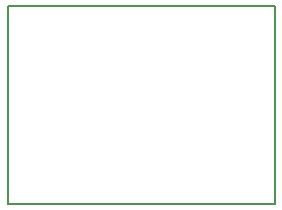
<source format=gbr>
G04 #@! TF.GenerationSoftware,KiCad,Pcbnew,5.1.5+dfsg1-2build2*
G04 #@! TF.CreationDate,2021-08-24T21:15:58+05:30*
G04 #@! TF.ProjectId,AS5600-Encoder-PCB,41533536-3030-42d4-956e-636f6465722d,rev?*
G04 #@! TF.SameCoordinates,Original*
G04 #@! TF.FileFunction,Profile,NP*
%FSLAX46Y46*%
G04 Gerber Fmt 4.6, Leading zero omitted, Abs format (unit mm)*
G04 Created by KiCad (PCBNEW 5.1.5+dfsg1-2build2) date 2021-08-24 21:15:58*
%MOMM*%
%LPD*%
G04 APERTURE LIST*
%ADD10C,0.150000*%
G04 APERTURE END LIST*
D10*
X190500000Y-163576000D02*
X190500000Y-146812000D01*
X213106000Y-163576000D02*
X190500000Y-163576000D01*
X213106000Y-146812000D02*
X213106000Y-163576000D01*
X190500000Y-146812000D02*
X213106000Y-146812000D01*
M02*

</source>
